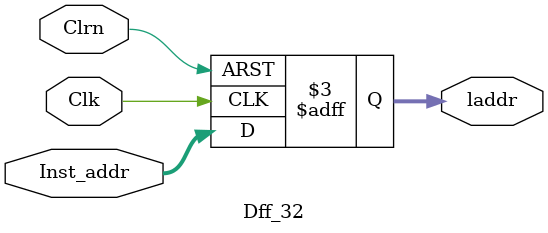
<source format=v>
`timescale 1ns / 1ps


module Dff_32(Inst_addr,Clk,Clrn,laddr);
    input [31:0]Inst_addr;
    input   Clk,Clrn;
    output  reg[31:0]laddr;
    always @ (negedge Clrn or posedge Clk)
    begin
        if (Clrn == 0) 
        begin 
            laddr <= 0;
        end 
        else 
        begin
            laddr <= Inst_addr;
        end
    end
endmodule

</source>
